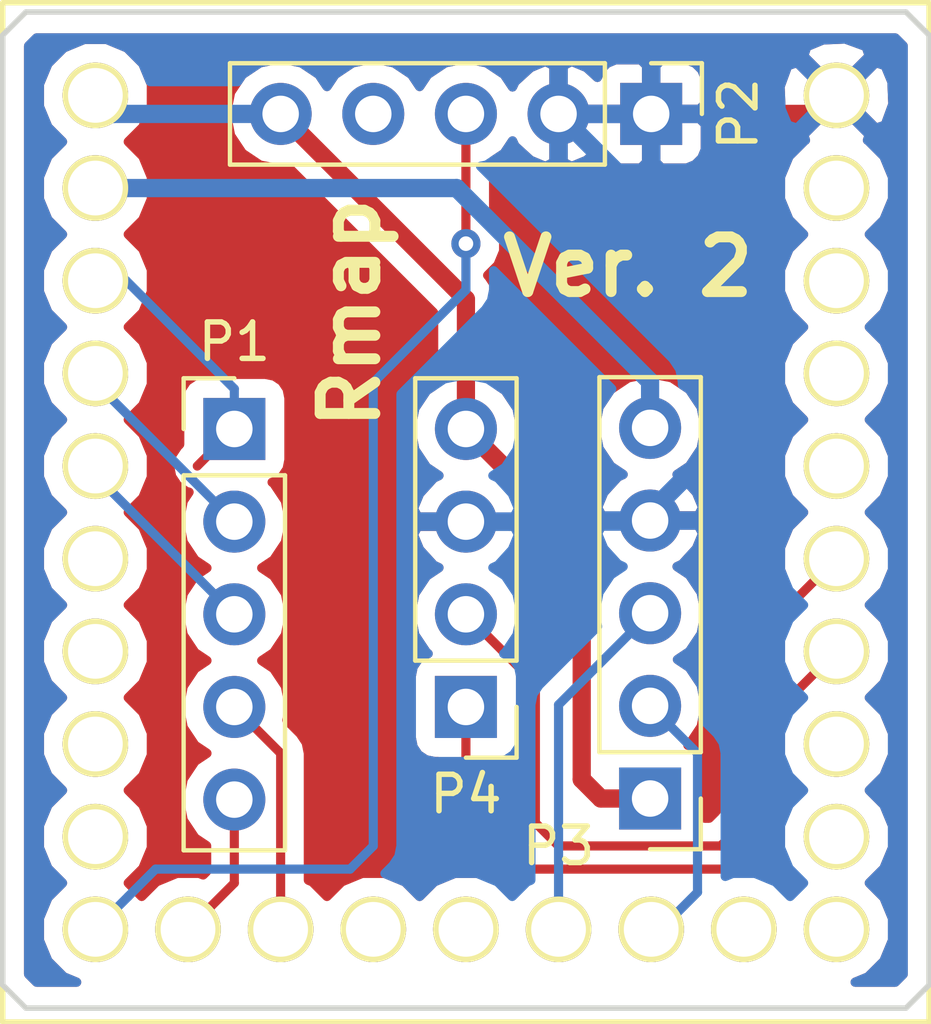
<source format=kicad_pcb>
(kicad_pcb (version 20170123) (host pcbnew no-vcs-found-4f2ed1b~58~ubuntu16.04.1)

  (general
    (links 18)
    (no_connects 0)
    (area 68.304999 44.675666 94.255001 74.951001)
    (thickness 1.6)
    (drawings 11)
    (tracks 60)
    (zones 0)
    (modules 5)
    (nets 14)
  )

  (page A4)
  (layers
    (0 F.Cu signal)
    (31 B.Cu signal)
    (32 B.Adhes user)
    (33 F.Adhes user)
    (34 B.Paste user)
    (35 F.Paste user)
    (36 B.SilkS user)
    (37 F.SilkS user)
    (38 B.Mask user)
    (39 F.Mask user)
    (40 Dwgs.User user)
    (41 Cmts.User user)
    (42 Eco1.User user)
    (43 Eco2.User user)
    (44 Edge.Cuts user)
    (45 Margin user)
    (46 B.CrtYd user)
    (47 F.CrtYd user)
    (48 B.Fab user)
    (49 F.Fab user)
  )

  (setup
    (last_trace_width 0.25)
    (trace_clearance 0.2)
    (zone_clearance 0.508)
    (zone_45_only no)
    (trace_min 0.2)
    (segment_width 0.2)
    (edge_width 0.15)
    (via_size 0.8)
    (via_drill 0.4)
    (via_min_size 0.4)
    (via_min_drill 0.3)
    (uvia_size 0.3)
    (uvia_drill 0.1)
    (uvias_allowed no)
    (uvia_min_size 0.2)
    (uvia_min_drill 0.1)
    (pcb_text_width 0.3)
    (pcb_text_size 1.5 1.5)
    (mod_edge_width 0.15)
    (mod_text_size 1 1)
    (mod_text_width 0.15)
    (pad_size 1.524 1.524)
    (pad_drill 0.762)
    (pad_to_mask_clearance 0.2)
    (aux_axis_origin 0 0)
    (visible_elements 7FFFEF7F)
    (pcbplotparams
      (layerselection 0x00030_ffffffff)
      (usegerberextensions false)
      (excludeedgelayer true)
      (linewidth 0.100000)
      (plotframeref false)
      (viasonmask false)
      (mode 1)
      (useauxorigin false)
      (hpglpennumber 1)
      (hpglpenspeed 20)
      (hpglpendiameter 15)
      (psnegative false)
      (psa4output false)
      (plotreference true)
      (plotvalue true)
      (plotinvisibletext false)
      (padsonsilk false)
      (subtractmaskfromsilk false)
      (outputformat 1)
      (mirror false)
      (drillshape 1)
      (scaleselection 1)
      (outputdirectory ""))
  )

  (net 0 "")
  (net 1 +5V)
  (net 2 +3V3)
  (net 3 NO2)
  (net 4 CO)
  (net 5 SDA)
  (net 6 SCL)
  (net 7 GND)
  (net 8 SCALE_2)
  (net 9 PWM)
  (net 10 SCALE_1)
  (net 11 VREF)
  (net 12 TX)
  (net 13 RX)

  (net_class Default "This is the default net class."
    (clearance 0.2)
    (trace_width 0.25)
    (via_dia 0.8)
    (via_drill 0.4)
    (uvia_dia 0.3)
    (uvia_drill 0.1)
    (add_net CO)
    (add_net NO2)
    (add_net PWM)
    (add_net RX)
    (add_net SCALE_1)
    (add_net SCALE_2)
    (add_net SCL)
    (add_net SDA)
    (add_net TX)
    (add_net VREF)
  )

  (net_class POWER ""
    (clearance 0.2)
    (trace_width 0.5)
    (via_dia 0.8)
    (via_drill 0.4)
    (uvia_dia 0.3)
    (uvia_drill 0.1)
    (add_net +3V3)
    (add_net +5V)
    (add_net GND)
  )

  (module Pin_Headers:Pin_Header_Straight_1x04_Pitch2.54mm (layer F.Cu) (tedit 58B88119) (tstamp 589CD8E8)
    (at 81.28 66.04 180)
    (descr "Through hole straight pin header, 1x04, 2.54mm pitch, single row")
    (tags "Through hole pin header THT 1x04 2.54mm single row")
    (path /589CD4E0)
    (fp_text reference P4 (at 0 -2.39 180) (layer F.SilkS)
      (effects (font (size 1 1) (thickness 0.15)))
    )
    (fp_text value CONN_01X04 (at 0 10.01 180) (layer F.Fab) hide
      (effects (font (size 1 1) (thickness 0.15)))
    )
    (fp_line (start 1.6 -1.6) (end -1.6 -1.6) (layer F.CrtYd) (width 0.05))
    (fp_line (start 1.6 9.2) (end 1.6 -1.6) (layer F.CrtYd) (width 0.05))
    (fp_line (start -1.6 9.2) (end 1.6 9.2) (layer F.CrtYd) (width 0.05))
    (fp_line (start -1.6 -1.6) (end -1.6 9.2) (layer F.CrtYd) (width 0.05))
    (fp_line (start -1.39 -1.39) (end 0 -1.39) (layer F.SilkS) (width 0.12))
    (fp_line (start -1.39 0) (end -1.39 -1.39) (layer F.SilkS) (width 0.12))
    (fp_line (start 1.39 1.27) (end -1.39 1.27) (layer F.SilkS) (width 0.12))
    (fp_line (start 1.39 9.01) (end 1.39 1.27) (layer F.SilkS) (width 0.12))
    (fp_line (start -1.39 9.01) (end 1.39 9.01) (layer F.SilkS) (width 0.12))
    (fp_line (start -1.39 1.27) (end -1.39 9.01) (layer F.SilkS) (width 0.12))
    (fp_line (start 1.27 -1.27) (end -1.27 -1.27) (layer F.Fab) (width 0.1))
    (fp_line (start 1.27 8.89) (end 1.27 -1.27) (layer F.Fab) (width 0.1))
    (fp_line (start -1.27 8.89) (end 1.27 8.89) (layer F.Fab) (width 0.1))
    (fp_line (start -1.27 -1.27) (end -1.27 8.89) (layer F.Fab) (width 0.1))
    (pad 4 thru_hole oval (at 0 7.62 180) (size 1.7 1.7) (drill 1) (layers *.Cu *.Mask)
      (net 1 +5V))
    (pad 3 thru_hole oval (at 0 5.08 180) (size 1.7 1.7) (drill 1) (layers *.Cu *.Mask)
      (net 7 GND))
    (pad 2 thru_hole oval (at 0 2.54 180) (size 1.7 1.7) (drill 1) (layers *.Cu *.Mask)
      (net 12 TX))
    (pad 1 thru_hole rect (at 0 0 180) (size 1.7 1.7) (drill 1) (layers *.Cu *.Mask)
      (net 13 RX))
    (model Pin_Headers.3dshapes/Pin_Header_Straight_1x04_Pitch2.54mm.wrl
      (at (xyz 0 -0.15 0))
      (scale (xyz 1 1 1))
      (rotate (xyz 0 0 90))
    )
  )

  (module Pin_Headers:Pin_Header_Straight_1x05_Pitch2.54mm (layer F.Cu) (tedit 58B8811E) (tstamp 589CD8D0)
    (at 86.329999 68.549999 180)
    (descr "Through hole straight pin header, 1x05, 2.54mm pitch, single row")
    (tags "Through hole pin header THT 1x05 2.54mm single row")
    (path /589CCD3F)
    (fp_text reference P3 (at 2.509999 -1.300001 180) (layer F.SilkS)
      (effects (font (size 1 1) (thickness 0.15)))
    )
    (fp_text value CONN_01X05 (at 0 12.55 180) (layer F.Fab) hide
      (effects (font (size 1 1) (thickness 0.15)))
    )
    (fp_line (start 1.6 -1.6) (end -1.6 -1.6) (layer F.CrtYd) (width 0.05))
    (fp_line (start 1.6 11.7) (end 1.6 -1.6) (layer F.CrtYd) (width 0.05))
    (fp_line (start -1.6 11.7) (end 1.6 11.7) (layer F.CrtYd) (width 0.05))
    (fp_line (start -1.6 -1.6) (end -1.6 11.7) (layer F.CrtYd) (width 0.05))
    (fp_line (start -1.39 -1.39) (end 0 -1.39) (layer F.SilkS) (width 0.12))
    (fp_line (start -1.39 0) (end -1.39 -1.39) (layer F.SilkS) (width 0.12))
    (fp_line (start 1.39 1.27) (end -1.39 1.27) (layer F.SilkS) (width 0.12))
    (fp_line (start 1.39 11.55) (end 1.39 1.27) (layer F.SilkS) (width 0.12))
    (fp_line (start -1.39 11.55) (end 1.39 11.55) (layer F.SilkS) (width 0.12))
    (fp_line (start -1.39 1.27) (end -1.39 11.55) (layer F.SilkS) (width 0.12))
    (fp_line (start 1.27 -1.27) (end -1.27 -1.27) (layer F.Fab) (width 0.1))
    (fp_line (start 1.27 11.43) (end 1.27 -1.27) (layer F.Fab) (width 0.1))
    (fp_line (start -1.27 11.43) (end 1.27 11.43) (layer F.Fab) (width 0.1))
    (fp_line (start -1.27 -1.27) (end -1.27 11.43) (layer F.Fab) (width 0.1))
    (pad 5 thru_hole oval (at 0 10.16 180) (size 1.7 1.7) (drill 1) (layers *.Cu *.Mask)
      (net 2 +3V3))
    (pad 4 thru_hole oval (at 0 7.62 180) (size 1.7 1.7) (drill 1) (layers *.Cu *.Mask)
      (net 7 GND))
    (pad 3 thru_hole oval (at 0 5.08 180) (size 1.7 1.7) (drill 1) (layers *.Cu *.Mask)
      (net 5 SDA))
    (pad 2 thru_hole oval (at 0 2.54 180) (size 1.7 1.7) (drill 1) (layers *.Cu *.Mask)
      (net 6 SCL))
    (pad 1 thru_hole rect (at 0 0 180) (size 1.7 1.7) (drill 1) (layers *.Cu *.Mask)
      (net 1 +5V))
    (model Pin_Headers.3dshapes/Pin_Header_Straight_1x05_Pitch2.54mm.wrl
      (at (xyz 0 -0.2 0))
      (scale (xyz 1 1 1))
      (rotate (xyz 0 0 90))
    )
  )

  (module Pin_Headers:Pin_Header_Straight_1x05_Pitch2.54mm (layer F.Cu) (tedit 58B88110) (tstamp 589CD8B7)
    (at 86.36 49.784 270)
    (descr "Through hole straight pin header, 1x05, 2.54mm pitch, single row")
    (tags "Through hole pin header THT 1x05 2.54mm single row")
    (path /589CD012)
    (fp_text reference P2 (at 0 -2.39 270) (layer F.SilkS)
      (effects (font (size 1 1) (thickness 0.15)))
    )
    (fp_text value CONN_01X05 (at 0 12.55 270) (layer F.Fab) hide
      (effects (font (size 1 1) (thickness 0.15)))
    )
    (fp_line (start -1.27 -1.27) (end -1.27 11.43) (layer F.Fab) (width 0.1))
    (fp_line (start -1.27 11.43) (end 1.27 11.43) (layer F.Fab) (width 0.1))
    (fp_line (start 1.27 11.43) (end 1.27 -1.27) (layer F.Fab) (width 0.1))
    (fp_line (start 1.27 -1.27) (end -1.27 -1.27) (layer F.Fab) (width 0.1))
    (fp_line (start -1.39 1.27) (end -1.39 11.55) (layer F.SilkS) (width 0.12))
    (fp_line (start -1.39 11.55) (end 1.39 11.55) (layer F.SilkS) (width 0.12))
    (fp_line (start 1.39 11.55) (end 1.39 1.27) (layer F.SilkS) (width 0.12))
    (fp_line (start 1.39 1.27) (end -1.39 1.27) (layer F.SilkS) (width 0.12))
    (fp_line (start -1.39 0) (end -1.39 -1.39) (layer F.SilkS) (width 0.12))
    (fp_line (start -1.39 -1.39) (end 0 -1.39) (layer F.SilkS) (width 0.12))
    (fp_line (start -1.6 -1.6) (end -1.6 11.7) (layer F.CrtYd) (width 0.05))
    (fp_line (start -1.6 11.7) (end 1.6 11.7) (layer F.CrtYd) (width 0.05))
    (fp_line (start 1.6 11.7) (end 1.6 -1.6) (layer F.CrtYd) (width 0.05))
    (fp_line (start 1.6 -1.6) (end -1.6 -1.6) (layer F.CrtYd) (width 0.05))
    (pad 1 thru_hole rect (at 0 0 270) (size 1.7 1.7) (drill 1) (layers *.Cu *.Mask)
      (net 7 GND))
    (pad 2 thru_hole oval (at 0 2.54 270) (size 1.7 1.7) (drill 1) (layers *.Cu *.Mask)
      (net 7 GND))
    (pad 3 thru_hole oval (at 0 5.08 270) (size 1.7 1.7) (drill 1) (layers *.Cu *.Mask)
      (net 11 VREF))
    (pad 4 thru_hole oval (at 0 7.62 270) (size 1.7 1.7) (drill 1) (layers *.Cu *.Mask))
    (pad 5 thru_hole oval (at 0 10.16 270) (size 1.7 1.7) (drill 1) (layers *.Cu *.Mask)
      (net 1 +5V))
    (model Pin_Headers.3dshapes/Pin_Header_Straight_1x05_Pitch2.54mm.wrl
      (at (xyz 0 -0.2 0))
      (scale (xyz 1 1 1))
      (rotate (xyz 0 0 90))
    )
  )

  (module Pin_Headers:Pin_Header_Straight_1x05_Pitch2.54mm (layer F.Cu) (tedit 58B88124) (tstamp 589CD89E)
    (at 74.93 58.42)
    (descr "Through hole straight pin header, 1x05, 2.54mm pitch, single row")
    (tags "Through hole pin header THT 1x05 2.54mm single row")
    (path /589CCFAB)
    (fp_text reference P1 (at 0 -2.39) (layer F.SilkS)
      (effects (font (size 1 1) (thickness 0.15)))
    )
    (fp_text value CONN_01X05 (at 0 12.55) (layer F.Fab) hide
      (effects (font (size 1 1) (thickness 0.15)))
    )
    (fp_line (start 1.6 -1.6) (end -1.6 -1.6) (layer F.CrtYd) (width 0.05))
    (fp_line (start 1.6 11.7) (end 1.6 -1.6) (layer F.CrtYd) (width 0.05))
    (fp_line (start -1.6 11.7) (end 1.6 11.7) (layer F.CrtYd) (width 0.05))
    (fp_line (start -1.6 -1.6) (end -1.6 11.7) (layer F.CrtYd) (width 0.05))
    (fp_line (start -1.39 -1.39) (end 0 -1.39) (layer F.SilkS) (width 0.12))
    (fp_line (start -1.39 0) (end -1.39 -1.39) (layer F.SilkS) (width 0.12))
    (fp_line (start 1.39 1.27) (end -1.39 1.27) (layer F.SilkS) (width 0.12))
    (fp_line (start 1.39 11.55) (end 1.39 1.27) (layer F.SilkS) (width 0.12))
    (fp_line (start -1.39 11.55) (end 1.39 11.55) (layer F.SilkS) (width 0.12))
    (fp_line (start -1.39 1.27) (end -1.39 11.55) (layer F.SilkS) (width 0.12))
    (fp_line (start 1.27 -1.27) (end -1.27 -1.27) (layer F.Fab) (width 0.1))
    (fp_line (start 1.27 11.43) (end 1.27 -1.27) (layer F.Fab) (width 0.1))
    (fp_line (start -1.27 11.43) (end 1.27 11.43) (layer F.Fab) (width 0.1))
    (fp_line (start -1.27 -1.27) (end -1.27 11.43) (layer F.Fab) (width 0.1))
    (pad 5 thru_hole oval (at 0 10.16) (size 1.7 1.7) (drill 1) (layers *.Cu *.Mask)
      (net 3 NO2))
    (pad 4 thru_hole oval (at 0 7.62) (size 1.7 1.7) (drill 1) (layers *.Cu *.Mask)
      (net 4 CO))
    (pad 3 thru_hole oval (at 0 5.08) (size 1.7 1.7) (drill 1) (layers *.Cu *.Mask)
      (net 8 SCALE_2))
    (pad 2 thru_hole oval (at 0 2.54) (size 1.7 1.7) (drill 1) (layers *.Cu *.Mask)
      (net 10 SCALE_1))
    (pad 1 thru_hole rect (at 0 0) (size 1.7 1.7) (drill 1) (layers *.Cu *.Mask)
      (net 9 PWM))
    (model Pin_Headers.3dshapes/Pin_Header_Straight_1x05_Pitch2.54mm.wrl
      (at (xyz 0 -0.2 0))
      (scale (xyz 1 1 1))
      (rotate (xyz 0 0 90))
    )
  )

  (module Rmap:microduino (layer F.Cu) (tedit 58B8849A) (tstamp 589CD859)
    (at 81.28 61.976)
    (tags "foont print ruotato mettere i comp su F Cu")
    (path /589CF128)
    (fp_text reference U1 (at 0 -7.62) (layer F.SilkS) hide
      (effects (font (size 1.5 1.5) (thickness 0.15)))
    )
    (fp_text value Microduino (at -3.175 0.254 90) (layer F.SilkS) hide
      (effects (font (size 1.5 1.5) (thickness 0.15)))
    )
    (fp_line (start -12.7 -15.24) (end 12.7 -15.24) (layer F.SilkS) (width 0.15))
    (fp_line (start 12.7 -15.24) (end 12.7 12.7) (layer F.SilkS) (width 0.15))
    (fp_line (start 12.7 12.7) (end -12.7 12.7) (layer F.SilkS) (width 0.15))
    (fp_line (start -12.7 12.7) (end -12.7 -15.24) (layer F.SilkS) (width 0.15))
    (pad 27 thru_hole circle (at -10.16 -12.7) (size 1.8 1.8) (drill 1.5) (layers *.Cu *.Mask F.SilkS)
      (net 1 +5V))
    (pad 26 thru_hole circle (at -10.16 -10.16) (size 1.8 1.8) (drill 1.5) (layers *.Cu *.Mask F.SilkS)
      (net 2 +3V3))
    (pad 25 thru_hole circle (at -10.16 -7.62) (size 1.8 1.8) (drill 1.5) (layers *.Cu *.Mask F.SilkS)
      (net 9 PWM))
    (pad 24 thru_hole circle (at -10.16 -5.08) (size 1.8 1.8) (drill 1.5) (layers *.Cu *.Mask F.SilkS)
      (net 10 SCALE_1))
    (pad 23 thru_hole circle (at -10.16 -2.54) (size 1.8 1.8) (drill 1.5) (layers *.Cu *.Mask F.SilkS)
      (net 8 SCALE_2))
    (pad 22 thru_hole circle (at -10.16 0) (size 1.8 1.8) (drill 1.5) (layers *.Cu *.Mask F.SilkS))
    (pad 21 thru_hole circle (at -10.16 2.54) (size 1.8 1.8) (drill 1.5) (layers *.Cu *.Mask F.SilkS))
    (pad 20 thru_hole circle (at -10.16 5.08) (size 1.8 1.8) (drill 1.5) (layers *.Cu *.Mask F.SilkS))
    (pad 19 thru_hole circle (at -10.16 7.62) (size 1.8 1.8) (drill 1.5) (layers *.Cu *.Mask F.SilkS))
    (pad 18 thru_hole circle (at -10.16 10.16) (size 1.8 1.8) (drill 1.5) (layers *.Cu *.Mask F.SilkS)
      (net 11 VREF))
    (pad 17 thru_hole circle (at -7.62 10.16) (size 1.8 1.8) (drill 1.5) (layers *.Cu *.Mask F.SilkS)
      (net 3 NO2))
    (pad 16 thru_hole circle (at -5.08 10.16) (size 1.8 1.8) (drill 1.5) (layers *.Cu *.Mask F.SilkS)
      (net 4 CO))
    (pad 15 thru_hole circle (at -2.54 10.16) (size 1.8 1.8) (drill 1.5) (layers *.Cu *.Mask F.SilkS))
    (pad 14 thru_hole circle (at 0 10.16) (size 1.8 1.8) (drill 1.5) (layers *.Cu *.Mask F.SilkS))
    (pad 13 thru_hole circle (at 2.54 10.16) (size 1.8 1.8) (drill 1.5) (layers *.Cu *.Mask F.SilkS)
      (net 5 SDA))
    (pad 12 thru_hole circle (at 5.08 10.16) (size 1.8 1.8) (drill 1.5) (layers *.Cu *.Mask F.SilkS)
      (net 6 SCL))
    (pad 11 thru_hole circle (at 7.62 10.16) (size 1.8 1.8) (drill 1.5) (layers *.Cu *.Mask F.SilkS))
    (pad 9 thru_hole circle (at 10.16 7.62) (size 1.8 1.8) (drill 1.5) (layers *.Cu *.Mask F.SilkS))
    (pad 8 thru_hole circle (at 10.16 5.08) (size 1.8 1.8) (drill 1.5) (layers *.Cu *.Mask F.SilkS))
    (pad 7 thru_hole circle (at 10.16 2.54) (size 1.8 1.8) (drill 1.5) (layers *.Cu *.Mask F.SilkS)
      (net 13 RX))
    (pad 6 thru_hole circle (at 10.16 0) (size 1.8 1.8) (drill 1.5) (layers *.Cu *.Mask F.SilkS)
      (net 12 TX))
    (pad 5 thru_hole circle (at 10.16 -2.54) (size 1.8 1.8) (drill 1.5) (layers *.Cu *.Mask F.SilkS))
    (pad 4 thru_hole circle (at 10.16 -5.08) (size 1.8 1.8) (drill 1.5) (layers *.Cu *.Mask F.SilkS))
    (pad 3 thru_hole circle (at 10.16 -7.62) (size 1.8 1.8) (drill 1.5) (layers *.Cu *.Mask F.SilkS))
    (pad 2 thru_hole circle (at 10.16 -10.16) (size 1.8 1.8) (drill 1.5) (layers *.Cu *.Mask F.SilkS))
    (pad 10 thru_hole circle (at 10.16 10.16) (size 1.8 1.8) (drill 1.5) (layers *.Cu *.Mask F.SilkS))
    (pad 1 thru_hole circle (at 10.16 -12.7) (size 1.8 1.8) (drill 1.5) (layers *.Cu *.Mask F.SilkS)
      (net 7 GND))
  )

  (gr_text "Rmap\n" (at 78.105 55.245 90) (layer F.SilkS)
    (effects (font (size 1.5 1.5) (thickness 0.3)))
  )
  (gr_text "Ver. 2" (at 85.725 53.975) (layer F.SilkS)
    (effects (font (size 1.5 1.5) (thickness 0.3)))
  )
  (gr_line (start 93.98 73.66) (end 93.345 74.295) (angle 90) (layer Edge.Cuts) (width 0.15))
  (gr_line (start 69.215 74.295) (end 68.58 73.66) (angle 90) (layer Edge.Cuts) (width 0.15))
  (gr_line (start 68.58 47.625) (end 69.215 46.99) (angle 90) (layer Edge.Cuts) (width 0.15))
  (gr_line (start 93.345 46.99) (end 93.98 47.625) (angle 90) (layer Edge.Cuts) (width 0.15))
  (gr_line (start 68.58 73.66) (end 68.58 73.66) (layer Edge.Cuts) (width 0.15) (tstamp 58B8842D))
  (gr_line (start 68.58 47.625) (end 68.58 73.66) (layer Edge.Cuts) (width 0.15))
  (gr_line (start 93.345 46.99) (end 69.215 46.99) (layer Edge.Cuts) (width 0.15))
  (gr_line (start 93.98 73.66) (end 93.98 47.625) (layer Edge.Cuts) (width 0.15))
  (gr_line (start 69.215 74.295) (end 93.345 74.295) (layer Edge.Cuts) (width 0.15))

  (segment (start 84.455 61.595) (end 84.455 68.025) (width 0.5) (layer F.Cu) (net 1))
  (segment (start 84.455 68.025) (end 84.979999 68.549999) (width 0.5) (layer F.Cu) (net 1))
  (segment (start 84.979999 68.549999) (end 86.329999 68.549999) (width 0.5) (layer F.Cu) (net 1) (status 20))
  (segment (start 81.28 58.42) (end 84.455 61.595) (width 0.5) (layer F.Cu) (net 1) (status 10))
  (segment (start 76.2 49.784) (end 71.628 49.784) (width 0.5) (layer B.Cu) (net 1) (status 30))
  (segment (start 71.628 49.784) (end 71.12 49.276) (width 0.5) (layer B.Cu) (net 1) (status 30))
  (segment (start 81.28 58.42) (end 81.28 54.864) (width 0.5) (layer F.Cu) (net 1) (status 10))
  (segment (start 81.28 54.864) (end 76.2 49.784) (width 0.5) (layer F.Cu) (net 1) (status 20))
  (segment (start 81.026 51.816) (end 86.329999 57.119999) (width 0.5) (layer B.Cu) (net 2))
  (segment (start 86.329999 57.119999) (end 86.329999 58.389999) (width 0.5) (layer B.Cu) (net 2) (status 20))
  (segment (start 71.12 51.816) (end 81.026 51.816) (width 0.5) (layer B.Cu) (net 2) (status 10))
  (segment (start 74.93 68.58) (end 74.93 70.866) (width 0.25) (layer F.Cu) (net 3) (status 10))
  (segment (start 74.93 70.866) (end 73.66 72.136) (width 0.25) (layer F.Cu) (net 3) (status 20))
  (segment (start 74.93 66.04) (end 76.2 67.31) (width 0.25) (layer F.Cu) (net 4) (status 10))
  (segment (start 76.2 67.31) (end 76.2 72.136) (width 0.25) (layer F.Cu) (net 4) (status 20))
  (segment (start 86.329999 63.469999) (end 83.82 65.979998) (width 0.25) (layer B.Cu) (net 5) (status 10))
  (segment (start 83.82 65.979998) (end 83.82 72.136) (width 0.25) (layer B.Cu) (net 5) (status 20))
  (segment (start 87.63 71.12) (end 87.63 67.31) (width 0.25) (layer B.Cu) (net 6))
  (segment (start 86.329999 66.009999) (end 87.63 67.31) (width 0.25) (layer B.Cu) (net 6) (status 10))
  (segment (start 87.63 71.12) (end 86.487 72.263) (width 0.25) (layer B.Cu) (net 6) (status 20))
  (segment (start 86.487 72.263) (end 86.36 72.136) (width 0.25) (layer B.Cu) (net 6) (status 30))
  (segment (start 83.82 49.784) (end 86.36 49.784) (width 0.5) (layer F.Cu) (net 7) (status 30))
  (segment (start 86.079964 60.96) (end 82.482081 60.96) (width 0.5) (layer B.Cu) (net 7) (status 10))
  (segment (start 88.33001 58.709954) (end 86.079964 60.96) (width 0.5) (layer B.Cu) (net 7) (status 20))
  (segment (start 88.33001 54.29401) (end 88.33001 58.709954) (width 0.5) (layer B.Cu) (net 7))
  (segment (start 82.482081 60.96) (end 81.28 60.96) (width 0.5) (layer B.Cu) (net 7) (status 20))
  (segment (start 83.82 49.784) (end 88.33001 54.29401) (width 0.5) (layer B.Cu) (net 7) (status 10))
  (segment (start 83.82 49.784) (end 90.932 49.784) (width 0.5) (layer F.Cu) (net 7) (status 30))
  (segment (start 90.932 49.784) (end 91.44 49.276) (width 0.5) (layer F.Cu) (net 7) (status 30))
  (segment (start 74.93 63.5) (end 71.12 59.69) (width 0.25) (layer B.Cu) (net 8) (status 30))
  (segment (start 71.12 59.69) (end 71.12 59.436) (width 0.25) (layer B.Cu) (net 8) (status 30))
  (segment (start 74.93 58.42) (end 74.93 57.32) (width 0.25) (layer B.Cu) (net 9) (status 10))
  (segment (start 74.93 57.32) (end 71.966 54.356) (width 0.25) (layer B.Cu) (net 9) (status 20))
  (segment (start 71.966 54.356) (end 71.12 54.356) (width 0.25) (layer B.Cu) (net 9) (status 30))
  (segment (start 73.914 59.436) (end 74.93 58.42) (width 0.25) (layer F.Cu) (net 9) (status 20))
  (segment (start 74.93 60.96) (end 71.12 57.15) (width 0.25) (layer B.Cu) (net 10) (status 30))
  (segment (start 71.12 57.15) (end 71.12 56.896) (width 0.25) (layer B.Cu) (net 10) (status 30))
  (segment (start 81.28 53.34) (end 81.28 54.61) (width 0.25) (layer B.Cu) (net 11))
  (segment (start 81.28 54.61) (end 78.74 57.15) (width 0.25) (layer B.Cu) (net 11))
  (segment (start 78.74 57.15) (end 78.74 69.85) (width 0.25) (layer B.Cu) (net 11))
  (segment (start 78.74 69.85) (end 78.105 70.485) (width 0.25) (layer B.Cu) (net 11))
  (segment (start 78.105 70.485) (end 72.771 70.485) (width 0.25) (layer B.Cu) (net 11))
  (segment (start 72.771 70.485) (end 72.019999 71.236001) (width 0.25) (layer B.Cu) (net 11))
  (segment (start 72.019999 71.236001) (end 71.12 72.136) (width 0.25) (layer B.Cu) (net 11) (status 20))
  (segment (start 81.28 52.705) (end 81.28 53.34) (width 0.25) (layer F.Cu) (net 11))
  (via (at 81.28 53.34) (size 0.8) (drill 0.4) (layers F.Cu B.Cu) (net 11))
  (segment (start 81.28 49.784) (end 81.28 52.705) (width 0.25) (layer F.Cu) (net 11) (status 10))
  (segment (start 81.28 63.5) (end 83.185 65.405) (width 0.25) (layer F.Cu) (net 12))
  (segment (start 83.185 65.405) (end 83.185 69.215) (width 0.25) (layer F.Cu) (net 12))
  (segment (start 83.185 69.215) (end 83.82 69.85) (width 0.25) (layer F.Cu) (net 12))
  (segment (start 88.265 69.85) (end 88.9 69.215) (width 0.25) (layer F.Cu) (net 12))
  (segment (start 83.82 69.85) (end 88.265 69.85) (width 0.25) (layer F.Cu) (net 12))
  (segment (start 88.9 69.215) (end 88.9 64.516) (width 0.25) (layer F.Cu) (net 12))
  (segment (start 88.9 64.516) (end 91.44 61.976) (width 0.25) (layer F.Cu) (net 12))
  (segment (start 81.28 66.04) (end 81.28 69.215) (width 0.25) (layer F.Cu) (net 13))
  (segment (start 81.28 69.215) (end 82.55 70.485) (width 0.25) (layer F.Cu) (net 13))
  (segment (start 82.55 70.485) (end 89.278208 70.485) (width 0.25) (layer F.Cu) (net 13))
  (segment (start 89.278208 70.485) (end 89.535 70.228208) (width 0.25) (layer F.Cu) (net 13))
  (segment (start 89.535 70.228208) (end 89.535 66.421) (width 0.25) (layer F.Cu) (net 13))
  (segment (start 89.535 66.421) (end 91.44 64.516) (width 0.25) (layer F.Cu) (net 13))

  (zone (net 7) (net_name GND) (layer B.Cu) (tstamp 0) (hatch edge 0.508)
    (connect_pads (clearance 0.508))
    (min_thickness 0.254)
    (fill yes (arc_segments 16) (thermal_gap 0.508) (thermal_bridge_width 0.508))
    (polygon
      (pts
        (xy 68.58 47.625) (xy 69.215 46.99) (xy 93.345 46.99) (xy 93.98 47.625) (xy 93.98 73.66)
        (xy 93.345 74.295) (xy 69.215 74.295) (xy 68.58 73.66)
      )
    )
    (filled_polygon
      (pts
        (xy 93.27 47.919092) (xy 93.27 73.365908) (xy 93.050908 73.585) (xy 91.952768 73.585) (xy 92.308371 73.438068)
        (xy 92.740551 73.006643) (xy 92.974733 72.44267) (xy 92.975265 71.832009) (xy 92.742068 71.267629) (xy 92.340818 70.865677)
        (xy 92.740551 70.466643) (xy 92.974733 69.90267) (xy 92.975265 69.292009) (xy 92.742068 68.727629) (xy 92.340818 68.325677)
        (xy 92.740551 67.926643) (xy 92.974733 67.36267) (xy 92.975265 66.752009) (xy 92.742068 66.187629) (xy 92.340818 65.785677)
        (xy 92.740551 65.386643) (xy 92.974733 64.82267) (xy 92.975265 64.212009) (xy 92.742068 63.647629) (xy 92.340818 63.245677)
        (xy 92.740551 62.846643) (xy 92.974733 62.28267) (xy 92.975265 61.672009) (xy 92.742068 61.107629) (xy 92.340818 60.705677)
        (xy 92.740551 60.306643) (xy 92.974733 59.74267) (xy 92.975265 59.132009) (xy 92.742068 58.567629) (xy 92.340818 58.165677)
        (xy 92.740551 57.766643) (xy 92.974733 57.20267) (xy 92.975265 56.592009) (xy 92.742068 56.027629) (xy 92.340818 55.625677)
        (xy 92.740551 55.226643) (xy 92.974733 54.66267) (xy 92.975265 54.052009) (xy 92.742068 53.487629) (xy 92.340818 53.085677)
        (xy 92.740551 52.686643) (xy 92.974733 52.12267) (xy 92.975265 51.512009) (xy 92.742068 50.947629) (xy 92.310643 50.515449)
        (xy 92.289806 50.506797) (xy 92.340554 50.356159) (xy 91.44 49.455605) (xy 90.539446 50.356159) (xy 90.590035 50.506327)
        (xy 90.571629 50.513932) (xy 90.139449 50.945357) (xy 89.905267 51.50933) (xy 89.904735 52.119991) (xy 90.137932 52.684371)
        (xy 90.539182 53.086323) (xy 90.139449 53.485357) (xy 89.905267 54.04933) (xy 89.904735 54.659991) (xy 90.137932 55.224371)
        (xy 90.539182 55.626323) (xy 90.139449 56.025357) (xy 89.905267 56.58933) (xy 89.904735 57.199991) (xy 90.137932 57.764371)
        (xy 90.539182 58.166323) (xy 90.139449 58.565357) (xy 89.905267 59.12933) (xy 89.904735 59.739991) (xy 90.137932 60.304371)
        (xy 90.539182 60.706323) (xy 90.139449 61.105357) (xy 89.905267 61.66933) (xy 89.904735 62.279991) (xy 90.137932 62.844371)
        (xy 90.539182 63.246323) (xy 90.139449 63.645357) (xy 89.905267 64.20933) (xy 89.904735 64.819991) (xy 90.137932 65.384371)
        (xy 90.539182 65.786323) (xy 90.139449 66.185357) (xy 89.905267 66.74933) (xy 89.904735 67.359991) (xy 90.137932 67.924371)
        (xy 90.539182 68.326323) (xy 90.139449 68.725357) (xy 89.905267 69.28933) (xy 89.904735 69.899991) (xy 90.137932 70.464371)
        (xy 90.539182 70.866323) (xy 90.169677 71.235182) (xy 89.770643 70.835449) (xy 89.20667 70.601267) (xy 88.596009 70.600735)
        (xy 88.39 70.685856) (xy 88.39 67.31) (xy 88.332148 67.019161) (xy 88.167401 66.772599) (xy 87.771209 66.376407)
        (xy 87.844092 66.009999) (xy 87.731053 65.441714) (xy 87.409146 64.959945) (xy 87.079973 64.739999) (xy 87.409146 64.520053)
        (xy 87.731053 64.038284) (xy 87.844092 63.469999) (xy 87.731053 62.901714) (xy 87.409146 62.419945) (xy 87.068446 62.192297)
        (xy 87.211357 62.125182) (xy 87.601644 61.696923) (xy 87.771475 61.286889) (xy 87.650154 61.056999) (xy 86.456999 61.056999)
        (xy 86.456999 61.076999) (xy 86.202999 61.076999) (xy 86.202999 61.056999) (xy 85.009844 61.056999) (xy 84.888523 61.286889)
        (xy 85.058354 61.696923) (xy 85.448641 62.125182) (xy 85.591552 62.192297) (xy 85.250852 62.419945) (xy 84.928945 62.901714)
        (xy 84.815906 63.469999) (xy 84.888789 63.836407) (xy 83.282599 65.442597) (xy 83.117852 65.689159) (xy 83.06 65.979998)
        (xy 83.06 70.789154) (xy 82.951629 70.833932) (xy 82.549677 71.235182) (xy 82.150643 70.835449) (xy 81.58667 70.601267)
        (xy 80.976009 70.600735) (xy 80.411629 70.833932) (xy 80.009677 71.235182) (xy 79.610643 70.835449) (xy 79.058587 70.606215)
        (xy 79.277401 70.387401) (xy 79.442148 70.140839) (xy 79.5 69.85) (xy 79.5 63.5) (xy 79.765907 63.5)
        (xy 79.878946 64.068285) (xy 80.200853 64.550054) (xy 80.244777 64.579403) (xy 80.182235 64.591843) (xy 79.972191 64.732191)
        (xy 79.831843 64.942235) (xy 79.78256 65.19) (xy 79.78256 66.89) (xy 79.831843 67.137765) (xy 79.972191 67.347809)
        (xy 80.182235 67.488157) (xy 80.43 67.53744) (xy 82.13 67.53744) (xy 82.377765 67.488157) (xy 82.587809 67.347809)
        (xy 82.728157 67.137765) (xy 82.77744 66.89) (xy 82.77744 65.19) (xy 82.728157 64.942235) (xy 82.587809 64.732191)
        (xy 82.377765 64.591843) (xy 82.315223 64.579403) (xy 82.359147 64.550054) (xy 82.681054 64.068285) (xy 82.794093 63.5)
        (xy 82.681054 62.931715) (xy 82.359147 62.449946) (xy 82.018447 62.222298) (xy 82.161358 62.155183) (xy 82.551645 61.726924)
        (xy 82.721476 61.31689) (xy 82.600155 61.087) (xy 81.407 61.087) (xy 81.407 61.107) (xy 81.153 61.107)
        (xy 81.153 61.087) (xy 79.959845 61.087) (xy 79.838524 61.31689) (xy 80.008355 61.726924) (xy 80.398642 62.155183)
        (xy 80.541553 62.222298) (xy 80.200853 62.449946) (xy 79.878946 62.931715) (xy 79.765907 63.5) (xy 79.5 63.5)
        (xy 79.5 58.42) (xy 79.765907 58.42) (xy 79.878946 58.988285) (xy 80.200853 59.470054) (xy 80.541553 59.697702)
        (xy 80.398642 59.764817) (xy 80.008355 60.193076) (xy 79.838524 60.60311) (xy 79.959845 60.833) (xy 81.153 60.833)
        (xy 81.153 60.813) (xy 81.407 60.813) (xy 81.407 60.833) (xy 82.600155 60.833) (xy 82.721476 60.60311)
        (xy 82.551645 60.193076) (xy 82.161358 59.764817) (xy 82.018447 59.697702) (xy 82.359147 59.470054) (xy 82.681054 58.988285)
        (xy 82.794093 58.42) (xy 82.681054 57.851715) (xy 82.359147 57.369946) (xy 81.877378 57.048039) (xy 81.309093 56.935)
        (xy 81.250907 56.935) (xy 80.682622 57.048039) (xy 80.200853 57.369946) (xy 79.878946 57.851715) (xy 79.765907 58.42)
        (xy 79.5 58.42) (xy 79.5 57.464802) (xy 81.817401 55.147401) (xy 81.982148 54.90084) (xy 81.991746 54.852586)
        (xy 82.04 54.61) (xy 82.04 54.08158) (xy 85.279335 57.320914) (xy 85.250852 57.339945) (xy 84.928945 57.821714)
        (xy 84.815906 58.389999) (xy 84.928945 58.958284) (xy 85.250852 59.440053) (xy 85.591552 59.667701) (xy 85.448641 59.734816)
        (xy 85.058354 60.163075) (xy 84.888523 60.573109) (xy 85.009844 60.802999) (xy 86.202999 60.802999) (xy 86.202999 60.782999)
        (xy 86.456999 60.782999) (xy 86.456999 60.802999) (xy 87.650154 60.802999) (xy 87.771475 60.573109) (xy 87.601644 60.163075)
        (xy 87.211357 59.734816) (xy 87.068446 59.667701) (xy 87.409146 59.440053) (xy 87.731053 58.958284) (xy 87.844092 58.389999)
        (xy 87.731053 57.821714) (xy 87.409146 57.339945) (xy 87.214999 57.21022) (xy 87.214999 57.119999) (xy 87.147632 56.781324)
        (xy 86.955789 56.494209) (xy 86.955786 56.494207) (xy 81.68009 51.21851) (xy 81.848285 51.185054) (xy 82.330054 50.863147)
        (xy 82.557702 50.522447) (xy 82.624817 50.665358) (xy 83.053076 51.055645) (xy 83.46311 51.225476) (xy 83.693 51.104155)
        (xy 83.693 49.911) (xy 83.947 49.911) (xy 83.947 51.104155) (xy 84.17689 51.225476) (xy 84.586924 51.055645)
        (xy 84.884864 50.784122) (xy 84.971673 50.993698) (xy 85.150301 51.172327) (xy 85.38369 51.269) (xy 86.07425 51.269)
        (xy 86.233 51.11025) (xy 86.233 49.911) (xy 86.487 49.911) (xy 86.487 51.11025) (xy 86.64575 51.269)
        (xy 87.33631 51.269) (xy 87.569699 51.172327) (xy 87.748327 50.993698) (xy 87.845 50.760309) (xy 87.845 50.06975)
        (xy 87.68625 49.911) (xy 86.487 49.911) (xy 86.233 49.911) (xy 83.947 49.911) (xy 83.693 49.911)
        (xy 83.673 49.911) (xy 83.673 49.657) (xy 83.693 49.657) (xy 83.693 48.463845) (xy 83.947 48.463845)
        (xy 83.947 49.657) (xy 86.233 49.657) (xy 86.233 48.45775) (xy 86.487 48.45775) (xy 86.487 49.657)
        (xy 87.68625 49.657) (xy 87.845 49.49825) (xy 87.845 49.035336) (xy 89.893542 49.035336) (xy 89.919161 49.64546)
        (xy 90.103357 50.090148) (xy 90.359841 50.176554) (xy 91.260395 49.276) (xy 91.619605 49.276) (xy 92.520159 50.176554)
        (xy 92.776643 50.090148) (xy 92.986458 49.516664) (xy 92.960839 48.90654) (xy 92.776643 48.461852) (xy 92.520159 48.375446)
        (xy 91.619605 49.276) (xy 91.260395 49.276) (xy 90.359841 48.375446) (xy 90.103357 48.461852) (xy 89.893542 49.035336)
        (xy 87.845 49.035336) (xy 87.845 48.807691) (xy 87.748327 48.574302) (xy 87.569699 48.395673) (xy 87.33631 48.299)
        (xy 86.64575 48.299) (xy 86.487 48.45775) (xy 86.233 48.45775) (xy 86.07425 48.299) (xy 85.38369 48.299)
        (xy 85.150301 48.395673) (xy 84.971673 48.574302) (xy 84.884864 48.783878) (xy 84.586924 48.512355) (xy 84.17689 48.342524)
        (xy 83.947 48.463845) (xy 83.693 48.463845) (xy 83.46311 48.342524) (xy 83.053076 48.512355) (xy 82.624817 48.902642)
        (xy 82.557702 49.045553) (xy 82.330054 48.704853) (xy 81.848285 48.382946) (xy 81.28 48.269907) (xy 80.711715 48.382946)
        (xy 80.229946 48.704853) (xy 80.01 49.034026) (xy 79.790054 48.704853) (xy 79.308285 48.382946) (xy 78.74 48.269907)
        (xy 78.171715 48.382946) (xy 77.689946 48.704853) (xy 77.47 49.034026) (xy 77.250054 48.704853) (xy 76.768285 48.382946)
        (xy 76.2 48.269907) (xy 75.631715 48.382946) (xy 75.149946 48.704853) (xy 75.020221 48.899) (xy 72.625098 48.899)
        (xy 72.422068 48.407629) (xy 72.21065 48.195841) (xy 90.539446 48.195841) (xy 91.44 49.096395) (xy 92.340554 48.195841)
        (xy 92.254148 47.939357) (xy 91.680664 47.729542) (xy 91.07054 47.755161) (xy 90.625852 47.939357) (xy 90.539446 48.195841)
        (xy 72.21065 48.195841) (xy 71.990643 47.975449) (xy 71.42667 47.741267) (xy 70.816009 47.740735) (xy 70.251629 47.973932)
        (xy 69.819449 48.405357) (xy 69.585267 48.96933) (xy 69.584735 49.579991) (xy 69.817932 50.144371) (xy 70.219182 50.546323)
        (xy 69.819449 50.945357) (xy 69.585267 51.50933) (xy 69.584735 52.119991) (xy 69.817932 52.684371) (xy 70.219182 53.086323)
        (xy 69.819449 53.485357) (xy 69.585267 54.04933) (xy 69.584735 54.659991) (xy 69.817932 55.224371) (xy 70.219182 55.626323)
        (xy 69.819449 56.025357) (xy 69.585267 56.58933) (xy 69.584735 57.199991) (xy 69.817932 57.764371) (xy 70.219182 58.166323)
        (xy 69.819449 58.565357) (xy 69.585267 59.12933) (xy 69.584735 59.739991) (xy 69.817932 60.304371) (xy 70.219182 60.706323)
        (xy 69.819449 61.105357) (xy 69.585267 61.66933) (xy 69.584735 62.279991) (xy 69.817932 62.844371) (xy 70.219182 63.246323)
        (xy 69.819449 63.645357) (xy 69.585267 64.20933) (xy 69.584735 64.819991) (xy 69.817932 65.384371) (xy 70.219182 65.786323)
        (xy 69.819449 66.185357) (xy 69.585267 66.74933) (xy 69.584735 67.359991) (xy 69.817932 67.924371) (xy 70.219182 68.326323)
        (xy 69.819449 68.725357) (xy 69.585267 69.28933) (xy 69.584735 69.899991) (xy 69.817932 70.464371) (xy 70.219182 70.866323)
        (xy 69.819449 71.265357) (xy 69.585267 71.82933) (xy 69.584735 72.439991) (xy 69.817932 73.004371) (xy 70.249357 73.436551)
        (xy 70.606862 73.585) (xy 69.509092 73.585) (xy 69.29 73.365908) (xy 69.29 47.919092) (xy 69.509092 47.7)
        (xy 93.050908 47.7)
      )
    )
  )
  (zone (net 7) (net_name GND) (layer F.Cu) (tstamp 0) (hatch edge 0.508)
    (connect_pads (clearance 0.508))
    (min_thickness 0.254)
    (fill yes (arc_segments 16) (thermal_gap 0.508) (thermal_bridge_width 0.508))
    (polygon
      (pts
        (xy 68.58 47.625) (xy 69.215 46.99) (xy 93.345 46.99) (xy 93.98 47.625) (xy 93.98 73.66)
        (xy 93.345 74.295) (xy 69.215 74.295) (xy 68.58 73.66)
      )
    )
    (filled_polygon
      (pts
        (xy 93.27 47.919092) (xy 93.27 73.365908) (xy 93.050908 73.585) (xy 91.952768 73.585) (xy 92.308371 73.438068)
        (xy 92.740551 73.006643) (xy 92.974733 72.44267) (xy 92.975265 71.832009) (xy 92.742068 71.267629) (xy 92.340818 70.865677)
        (xy 92.740551 70.466643) (xy 92.974733 69.90267) (xy 92.975265 69.292009) (xy 92.742068 68.727629) (xy 92.340818 68.325677)
        (xy 92.740551 67.926643) (xy 92.974733 67.36267) (xy 92.975265 66.752009) (xy 92.742068 66.187629) (xy 92.340818 65.785677)
        (xy 92.740551 65.386643) (xy 92.974733 64.82267) (xy 92.975265 64.212009) (xy 92.742068 63.647629) (xy 92.340818 63.245677)
        (xy 92.740551 62.846643) (xy 92.974733 62.28267) (xy 92.975265 61.672009) (xy 92.742068 61.107629) (xy 92.340818 60.705677)
        (xy 92.740551 60.306643) (xy 92.974733 59.74267) (xy 92.975265 59.132009) (xy 92.742068 58.567629) (xy 92.340818 58.165677)
        (xy 92.740551 57.766643) (xy 92.974733 57.20267) (xy 92.975265 56.592009) (xy 92.742068 56.027629) (xy 92.340818 55.625677)
        (xy 92.740551 55.226643) (xy 92.974733 54.66267) (xy 92.975265 54.052009) (xy 92.742068 53.487629) (xy 92.340818 53.085677)
        (xy 92.740551 52.686643) (xy 92.974733 52.12267) (xy 92.975265 51.512009) (xy 92.742068 50.947629) (xy 92.310643 50.515449)
        (xy 92.289806 50.506797) (xy 92.340554 50.356159) (xy 91.44 49.455605) (xy 90.539446 50.356159) (xy 90.590035 50.506327)
        (xy 90.571629 50.513932) (xy 90.139449 50.945357) (xy 89.905267 51.50933) (xy 89.904735 52.119991) (xy 90.137932 52.684371)
        (xy 90.539182 53.086323) (xy 90.139449 53.485357) (xy 89.905267 54.04933) (xy 89.904735 54.659991) (xy 90.137932 55.224371)
        (xy 90.539182 55.626323) (xy 90.139449 56.025357) (xy 89.905267 56.58933) (xy 89.904735 57.199991) (xy 90.137932 57.764371)
        (xy 90.539182 58.166323) (xy 90.139449 58.565357) (xy 89.905267 59.12933) (xy 89.904735 59.739991) (xy 90.137932 60.304371)
        (xy 90.539182 60.706323) (xy 90.139449 61.105357) (xy 89.905267 61.66933) (xy 89.904735 62.279991) (xy 89.950485 62.390713)
        (xy 88.362599 63.978599) (xy 88.197852 64.225161) (xy 88.14 64.516) (xy 88.14 68.900198) (xy 87.950198 69.09)
        (xy 87.827439 69.09) (xy 87.827439 67.699999) (xy 87.778156 67.452234) (xy 87.637808 67.24219) (xy 87.427764 67.101842)
        (xy 87.365222 67.089402) (xy 87.409146 67.060053) (xy 87.731053 66.578284) (xy 87.844092 66.009999) (xy 87.731053 65.441714)
        (xy 87.409146 64.959945) (xy 87.079973 64.739999) (xy 87.409146 64.520053) (xy 87.731053 64.038284) (xy 87.844092 63.469999)
        (xy 87.731053 62.901714) (xy 87.409146 62.419945) (xy 87.068446 62.192297) (xy 87.211357 62.125182) (xy 87.601644 61.696923)
        (xy 87.771475 61.286889) (xy 87.650154 61.056999) (xy 86.456999 61.056999) (xy 86.456999 61.076999) (xy 86.202999 61.076999)
        (xy 86.202999 61.056999) (xy 86.182999 61.056999) (xy 86.182999 60.802999) (xy 86.202999 60.802999) (xy 86.202999 60.782999)
        (xy 86.456999 60.782999) (xy 86.456999 60.802999) (xy 87.650154 60.802999) (xy 87.771475 60.573109) (xy 87.601644 60.163075)
        (xy 87.211357 59.734816) (xy 87.068446 59.667701) (xy 87.409146 59.440053) (xy 87.731053 58.958284) (xy 87.844092 58.389999)
        (xy 87.731053 57.821714) (xy 87.409146 57.339945) (xy 86.927377 57.018038) (xy 86.359092 56.904999) (xy 86.300906 56.904999)
        (xy 85.732621 57.018038) (xy 85.250852 57.339945) (xy 84.928945 57.821714) (xy 84.815906 58.389999) (xy 84.928945 58.958284)
        (xy 85.250852 59.440053) (xy 85.591552 59.667701) (xy 85.448641 59.734816) (xy 85.058354 60.163075) (xy 84.888523 60.573109)
        (xy 85.009843 60.802997) (xy 84.914576 60.802997) (xy 82.750539 58.638959) (xy 82.794093 58.42) (xy 82.681054 57.851715)
        (xy 82.359147 57.369946) (xy 82.165 57.240221) (xy 82.165 54.864005) (xy 82.165001 54.864) (xy 82.097633 54.525326)
        (xy 82.097633 54.525325) (xy 81.90579 54.23821) (xy 81.905787 54.238208) (xy 81.875527 54.207948) (xy 82.156919 53.927046)
        (xy 82.31482 53.546777) (xy 82.315179 53.135029) (xy 82.157942 52.754485) (xy 82.04 52.636337) (xy 82.04 51.056954)
        (xy 82.330054 50.863147) (xy 82.557702 50.522447) (xy 82.624817 50.665358) (xy 83.053076 51.055645) (xy 83.46311 51.225476)
        (xy 83.693 51.104155) (xy 83.693 49.911) (xy 83.947 49.911) (xy 83.947 51.104155) (xy 84.17689 51.225476)
        (xy 84.586924 51.055645) (xy 84.884864 50.784122) (xy 84.971673 50.993698) (xy 85.150301 51.172327) (xy 85.38369 51.269)
        (xy 86.07425 51.269) (xy 86.233 51.11025) (xy 86.233 49.911) (xy 86.487 49.911) (xy 86.487 51.11025)
        (xy 86.64575 51.269) (xy 87.33631 51.269) (xy 87.569699 51.172327) (xy 87.748327 50.993698) (xy 87.845 50.760309)
        (xy 87.845 50.06975) (xy 87.68625 49.911) (xy 86.487 49.911) (xy 86.233 49.911) (xy 83.947 49.911)
        (xy 83.693 49.911) (xy 83.673 49.911) (xy 83.673 49.657) (xy 83.693 49.657) (xy 83.693 48.463845)
        (xy 83.947 48.463845) (xy 83.947 49.657) (xy 86.233 49.657) (xy 86.233 48.45775) (xy 86.487 48.45775)
        (xy 86.487 49.657) (xy 87.68625 49.657) (xy 87.845 49.49825) (xy 87.845 49.035336) (xy 89.893542 49.035336)
        (xy 89.919161 49.64546) (xy 90.103357 50.090148) (xy 90.359841 50.176554) (xy 91.260395 49.276) (xy 91.619605 49.276)
        (xy 92.520159 50.176554) (xy 92.776643 50.090148) (xy 92.986458 49.516664) (xy 92.960839 48.90654) (xy 92.776643 48.461852)
        (xy 92.520159 48.375446) (xy 91.619605 49.276) (xy 91.260395 49.276) (xy 90.359841 48.375446) (xy 90.103357 48.461852)
        (xy 89.893542 49.035336) (xy 87.845 49.035336) (xy 87.845 48.807691) (xy 87.748327 48.574302) (xy 87.569699 48.395673)
        (xy 87.33631 48.299) (xy 86.64575 48.299) (xy 86.487 48.45775) (xy 86.233 48.45775) (xy 86.07425 48.299)
        (xy 85.38369 48.299) (xy 85.150301 48.395673) (xy 84.971673 48.574302) (xy 84.884864 48.783878) (xy 84.586924 48.512355)
        (xy 84.17689 48.342524) (xy 83.947 48.463845) (xy 83.693 48.463845) (xy 83.46311 48.342524) (xy 83.053076 48.512355)
        (xy 82.624817 48.902642) (xy 82.557702 49.045553) (xy 82.330054 48.704853) (xy 81.848285 48.382946) (xy 81.28 48.269907)
        (xy 80.711715 48.382946) (xy 80.229946 48.704853) (xy 80.01 49.034026) (xy 79.790054 48.704853) (xy 79.308285 48.382946)
        (xy 78.74 48.269907) (xy 78.171715 48.382946) (xy 77.689946 48.704853) (xy 77.47 49.034026) (xy 77.250054 48.704853)
        (xy 76.768285 48.382946) (xy 76.2 48.269907) (xy 75.631715 48.382946) (xy 75.149946 48.704853) (xy 74.828039 49.186622)
        (xy 74.715 49.754907) (xy 74.715 49.813093) (xy 74.828039 50.381378) (xy 75.149946 50.863147) (xy 75.631715 51.185054)
        (xy 76.2 51.298093) (xy 76.418959 51.254539) (xy 80.395 55.230579) (xy 80.395 57.240221) (xy 80.200853 57.369946)
        (xy 79.878946 57.851715) (xy 79.765907 58.42) (xy 79.878946 58.988285) (xy 80.200853 59.470054) (xy 80.541553 59.697702)
        (xy 80.398642 59.764817) (xy 80.008355 60.193076) (xy 79.838524 60.60311) (xy 79.959845 60.833) (xy 81.153 60.833)
        (xy 81.153 60.813) (xy 81.407 60.813) (xy 81.407 60.833) (xy 81.427 60.833) (xy 81.427 61.087)
        (xy 81.407 61.087) (xy 81.407 61.107) (xy 81.153 61.107) (xy 81.153 61.087) (xy 79.959845 61.087)
        (xy 79.838524 61.31689) (xy 80.008355 61.726924) (xy 80.398642 62.155183) (xy 80.541553 62.222298) (xy 80.200853 62.449946)
        (xy 79.878946 62.931715) (xy 79.765907 63.5) (xy 79.878946 64.068285) (xy 80.200853 64.550054) (xy 80.244777 64.579403)
        (xy 80.182235 64.591843) (xy 79.972191 64.732191) (xy 79.831843 64.942235) (xy 79.78256 65.19) (xy 79.78256 66.89)
        (xy 79.831843 67.137765) (xy 79.972191 67.347809) (xy 80.182235 67.488157) (xy 80.43 67.53744) (xy 80.52 67.53744)
        (xy 80.52 69.215) (xy 80.577852 69.505839) (xy 80.742599 69.752401) (xy 81.59487 70.604672) (xy 81.58667 70.601267)
        (xy 80.976009 70.600735) (xy 80.411629 70.833932) (xy 80.009677 71.235182) (xy 79.610643 70.835449) (xy 79.04667 70.601267)
        (xy 78.436009 70.600735) (xy 77.871629 70.833932) (xy 77.469677 71.235182) (xy 77.070643 70.835449) (xy 76.96 70.789506)
        (xy 76.96 67.31) (xy 76.93434 67.181) (xy 76.902148 67.01916) (xy 76.737401 66.772599) (xy 76.37121 66.406408)
        (xy 76.444093 66.04) (xy 76.331054 65.471715) (xy 76.009147 64.989946) (xy 75.679974 64.77) (xy 76.009147 64.550054)
        (xy 76.331054 64.068285) (xy 76.444093 63.5) (xy 76.331054 62.931715) (xy 76.009147 62.449946) (xy 75.679974 62.23)
        (xy 76.009147 62.010054) (xy 76.331054 61.528285) (xy 76.444093 60.96) (xy 76.331054 60.391715) (xy 76.009147 59.909946)
        (xy 75.965223 59.880597) (xy 76.027765 59.868157) (xy 76.237809 59.727809) (xy 76.378157 59.517765) (xy 76.42744 59.27)
        (xy 76.42744 57.57) (xy 76.378157 57.322235) (xy 76.237809 57.112191) (xy 76.027765 56.971843) (xy 75.78 56.92256)
        (xy 74.08 56.92256) (xy 73.832235 56.971843) (xy 73.622191 57.112191) (xy 73.481843 57.322235) (xy 73.43256 57.57)
        (xy 73.43256 58.842638) (xy 73.376599 58.898599) (xy 73.211852 59.145161) (xy 73.154 59.436) (xy 73.211852 59.726839)
        (xy 73.376599 59.973401) (xy 73.623161 60.138148) (xy 73.68955 60.151354) (xy 73.528946 60.391715) (xy 73.415907 60.96)
        (xy 73.528946 61.528285) (xy 73.850853 62.010054) (xy 74.180026 62.23) (xy 73.850853 62.449946) (xy 73.528946 62.931715)
        (xy 73.415907 63.5) (xy 73.528946 64.068285) (xy 73.850853 64.550054) (xy 74.180026 64.77) (xy 73.850853 64.989946)
        (xy 73.528946 65.471715) (xy 73.415907 66.04) (xy 73.528946 66.608285) (xy 73.850853 67.090054) (xy 74.180026 67.31)
        (xy 73.850853 67.529946) (xy 73.528946 68.011715) (xy 73.415907 68.58) (xy 73.528946 69.148285) (xy 73.850853 69.630054)
        (xy 74.17 69.843301) (xy 74.17 70.551198) (xy 74.074964 70.646234) (xy 73.96667 70.601267) (xy 73.356009 70.600735)
        (xy 72.791629 70.833932) (xy 72.389677 71.235182) (xy 72.020818 70.865677) (xy 72.420551 70.466643) (xy 72.654733 69.90267)
        (xy 72.655265 69.292009) (xy 72.422068 68.727629) (xy 72.020818 68.325677) (xy 72.420551 67.926643) (xy 72.654733 67.36267)
        (xy 72.655265 66.752009) (xy 72.422068 66.187629) (xy 72.020818 65.785677) (xy 72.420551 65.386643) (xy 72.654733 64.82267)
        (xy 72.655265 64.212009) (xy 72.422068 63.647629) (xy 72.020818 63.245677) (xy 72.420551 62.846643) (xy 72.654733 62.28267)
        (xy 72.655265 61.672009) (xy 72.422068 61.107629) (xy 72.020818 60.705677) (xy 72.420551 60.306643) (xy 72.654733 59.74267)
        (xy 72.655265 59.132009) (xy 72.422068 58.567629) (xy 72.020818 58.165677) (xy 72.420551 57.766643) (xy 72.654733 57.20267)
        (xy 72.655265 56.592009) (xy 72.422068 56.027629) (xy 72.020818 55.625677) (xy 72.420551 55.226643) (xy 72.654733 54.66267)
        (xy 72.655265 54.052009) (xy 72.422068 53.487629) (xy 72.020818 53.085677) (xy 72.420551 52.686643) (xy 72.654733 52.12267)
        (xy 72.655265 51.512009) (xy 72.422068 50.947629) (xy 72.020818 50.545677) (xy 72.420551 50.146643) (xy 72.654733 49.58267)
        (xy 72.655265 48.972009) (xy 72.422068 48.407629) (xy 72.21065 48.195841) (xy 90.539446 48.195841) (xy 91.44 49.096395)
        (xy 92.340554 48.195841) (xy 92.254148 47.939357) (xy 91.680664 47.729542) (xy 91.07054 47.755161) (xy 90.625852 47.939357)
        (xy 90.539446 48.195841) (xy 72.21065 48.195841) (xy 71.990643 47.975449) (xy 71.42667 47.741267) (xy 70.816009 47.740735)
        (xy 70.251629 47.973932) (xy 69.819449 48.405357) (xy 69.585267 48.96933) (xy 69.584735 49.579991) (xy 69.817932 50.144371)
        (xy 70.219182 50.546323) (xy 69.819449 50.945357) (xy 69.585267 51.50933) (xy 69.584735 52.119991) (xy 69.817932 52.684371)
        (xy 70.219182 53.086323) (xy 69.819449 53.485357) (xy 69.585267 54.04933) (xy 69.584735 54.659991) (xy 69.817932 55.224371)
        (xy 70.219182 55.626323) (xy 69.819449 56.025357) (xy 69.585267 56.58933) (xy 69.584735 57.199991) (xy 69.817932 57.764371)
        (xy 70.219182 58.166323) (xy 69.819449 58.565357) (xy 69.585267 59.12933) (xy 69.584735 59.739991) (xy 69.817932 60.304371)
        (xy 70.219182 60.706323) (xy 69.819449 61.105357) (xy 69.585267 61.66933) (xy 69.584735 62.279991) (xy 69.817932 62.844371)
        (xy 70.219182 63.246323) (xy 69.819449 63.645357) (xy 69.585267 64.20933) (xy 69.584735 64.819991) (xy 69.817932 65.384371)
        (xy 70.219182 65.786323) (xy 69.819449 66.185357) (xy 69.585267 66.74933) (xy 69.584735 67.359991) (xy 69.817932 67.924371)
        (xy 70.219182 68.326323) (xy 69.819449 68.725357) (xy 69.585267 69.28933) (xy 69.584735 69.899991) (xy 69.817932 70.464371)
        (xy 70.219182 70.866323) (xy 69.819449 71.265357) (xy 69.585267 71.82933) (xy 69.584735 72.439991) (xy 69.817932 73.004371)
        (xy 70.249357 73.436551) (xy 70.606862 73.585) (xy 69.509092 73.585) (xy 69.29 73.365908) (xy 69.29 47.919092)
        (xy 69.509092 47.7) (xy 93.050908 47.7)
      )
    )
  )
)

</source>
